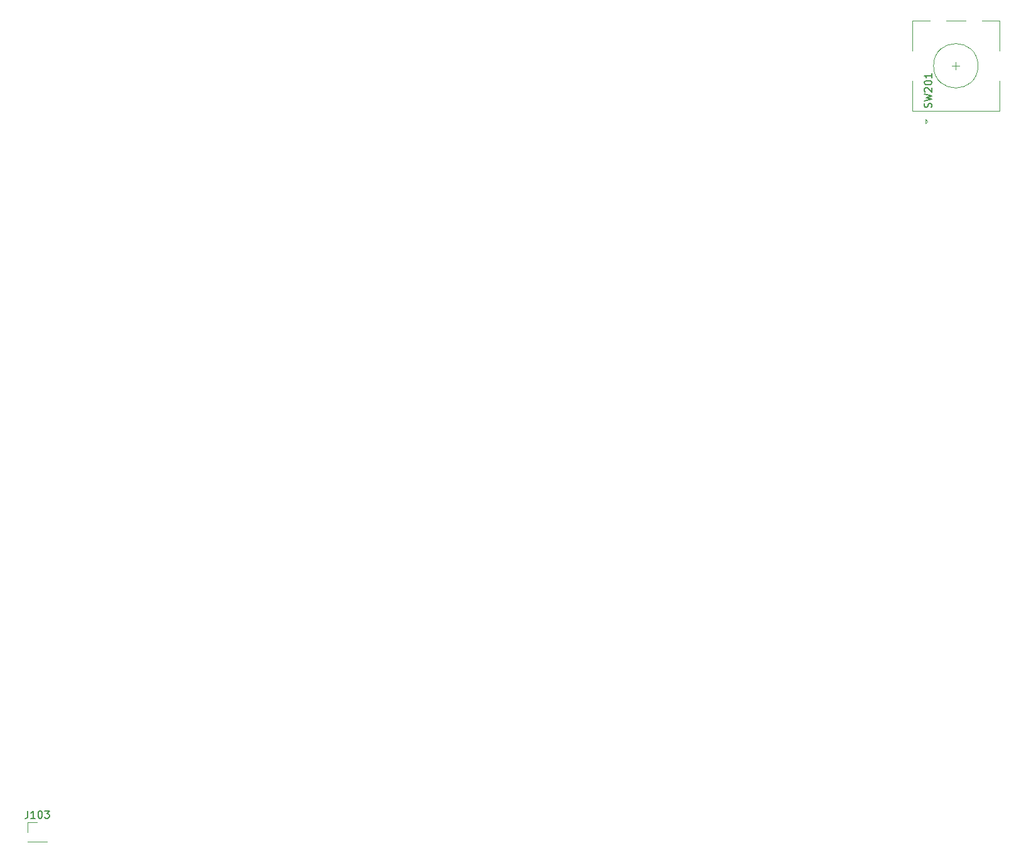
<source format=gbr>
G04 #@! TF.GenerationSoftware,KiCad,Pcbnew,(5.1.5)-3*
G04 #@! TF.CreationDate,2020-04-27T21:09:27+02:00*
G04 #@! TF.ProjectId,isometria-75-pcb-iso,69736f6d-6574-4726-9961-2d37352d7063,rev?*
G04 #@! TF.SameCoordinates,Original*
G04 #@! TF.FileFunction,Legend,Top*
G04 #@! TF.FilePolarity,Positive*
%FSLAX46Y46*%
G04 Gerber Fmt 4.6, Leading zero omitted, Abs format (unit mm)*
G04 Created by KiCad (PCBNEW (5.1.5)-3) date 2020-04-27 21:09:27*
%MOMM*%
%LPD*%
G04 APERTURE LIST*
%ADD10C,0.120000*%
%ADD11C,0.150000*%
G04 APERTURE END LIST*
D10*
X164405000Y-102200400D02*
X165735000Y-102200400D01*
X164405000Y-103530400D02*
X164405000Y-102200400D01*
X164405000Y-104800400D02*
X167065000Y-104800400D01*
X167065000Y-104800400D02*
X167065000Y-104860400D01*
X164405000Y-104800400D02*
X164405000Y-104860400D01*
X164405000Y-104860400D02*
X167065000Y-104860400D01*
X289750000Y-500000D02*
X289750000Y500000D01*
X289250000Y0D02*
X290250000Y0D01*
X293250000Y6100000D02*
X295650000Y6100000D01*
X288450000Y6100000D02*
X291050000Y6100000D01*
X283850000Y6100000D02*
X286250000Y6100000D01*
X285650000Y-7200000D02*
X285950000Y-7500000D01*
X285650000Y-7800000D02*
X285650000Y-7200000D01*
X285950000Y-7500000D02*
X285650000Y-7800000D01*
X283850000Y-6100000D02*
X295650000Y-6100000D01*
X283850000Y-2000000D02*
X283850000Y-6100000D01*
X295650000Y-2000000D02*
X295650000Y-6100000D01*
X295650000Y6100000D02*
X295650000Y2000000D01*
X283850000Y2000000D02*
X283850000Y6100000D01*
X292750000Y0D02*
G75*
G03X292750000Y0I-3000000J0D01*
G01*
D11*
X164449285Y-100652780D02*
X164449285Y-101367066D01*
X164401666Y-101509923D01*
X164306428Y-101605161D01*
X164163571Y-101652780D01*
X164068333Y-101652780D01*
X165449285Y-101652780D02*
X164877857Y-101652780D01*
X165163571Y-101652780D02*
X165163571Y-100652780D01*
X165068333Y-100795638D01*
X164973095Y-100890876D01*
X164877857Y-100938495D01*
X166068333Y-100652780D02*
X166163571Y-100652780D01*
X166258809Y-100700400D01*
X166306428Y-100748019D01*
X166354047Y-100843257D01*
X166401666Y-101033733D01*
X166401666Y-101271828D01*
X166354047Y-101462304D01*
X166306428Y-101557542D01*
X166258809Y-101605161D01*
X166163571Y-101652780D01*
X166068333Y-101652780D01*
X165973095Y-101605161D01*
X165925476Y-101557542D01*
X165877857Y-101462304D01*
X165830238Y-101271828D01*
X165830238Y-101033733D01*
X165877857Y-100843257D01*
X165925476Y-100748019D01*
X165973095Y-100700400D01*
X166068333Y-100652780D01*
X166735000Y-100652780D02*
X167354047Y-100652780D01*
X167020714Y-101033733D01*
X167163571Y-101033733D01*
X167258809Y-101081352D01*
X167306428Y-101128971D01*
X167354047Y-101224209D01*
X167354047Y-101462304D01*
X167306428Y-101557542D01*
X167258809Y-101605161D01*
X167163571Y-101652780D01*
X166877857Y-101652780D01*
X166782619Y-101605161D01*
X166735000Y-101557542D01*
X286446761Y-5612714D02*
X286494380Y-5469857D01*
X286494380Y-5231761D01*
X286446761Y-5136523D01*
X286399142Y-5088904D01*
X286303904Y-5041285D01*
X286208666Y-5041285D01*
X286113428Y-5088904D01*
X286065809Y-5136523D01*
X286018190Y-5231761D01*
X285970571Y-5422238D01*
X285922952Y-5517476D01*
X285875333Y-5565095D01*
X285780095Y-5612714D01*
X285684857Y-5612714D01*
X285589619Y-5565095D01*
X285542000Y-5517476D01*
X285494380Y-5422238D01*
X285494380Y-5184142D01*
X285542000Y-5041285D01*
X285494380Y-4707952D02*
X286494380Y-4469857D01*
X285780095Y-4279380D01*
X286494380Y-4088904D01*
X285494380Y-3850809D01*
X285589619Y-3517476D02*
X285542000Y-3469857D01*
X285494380Y-3374619D01*
X285494380Y-3136523D01*
X285542000Y-3041285D01*
X285589619Y-2993666D01*
X285684857Y-2946047D01*
X285780095Y-2946047D01*
X285922952Y-2993666D01*
X286494380Y-3565095D01*
X286494380Y-2946047D01*
X285494380Y-2327000D02*
X285494380Y-2231761D01*
X285542000Y-2136523D01*
X285589619Y-2088904D01*
X285684857Y-2041285D01*
X285875333Y-1993666D01*
X286113428Y-1993666D01*
X286303904Y-2041285D01*
X286399142Y-2088904D01*
X286446761Y-2136523D01*
X286494380Y-2231761D01*
X286494380Y-2327000D01*
X286446761Y-2422238D01*
X286399142Y-2469857D01*
X286303904Y-2517476D01*
X286113428Y-2565095D01*
X285875333Y-2565095D01*
X285684857Y-2517476D01*
X285589619Y-2469857D01*
X285542000Y-2422238D01*
X285494380Y-2327000D01*
X286494380Y-1041285D02*
X286494380Y-1612714D01*
X286494380Y-1327000D02*
X285494380Y-1327000D01*
X285637238Y-1422238D01*
X285732476Y-1517476D01*
X285780095Y-1612714D01*
M02*

</source>
